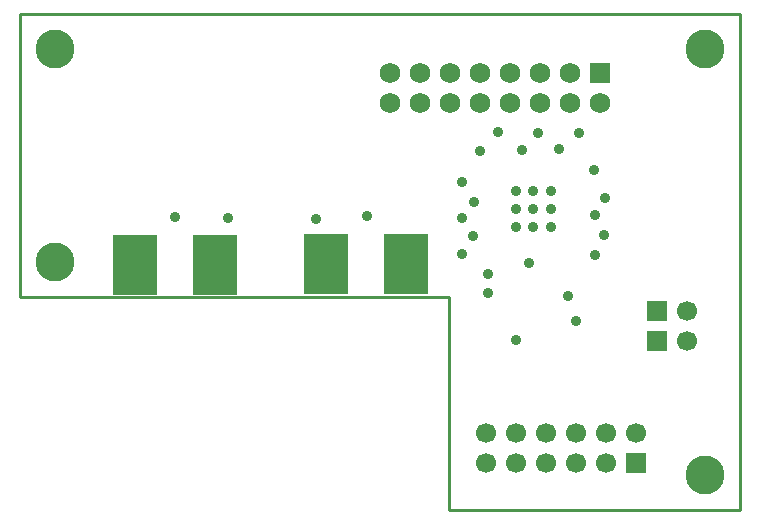
<source format=gbs>
G04*
G04 #@! TF.GenerationSoftware,Altium Limited,Altium Designer,20.2.5 (213)*
G04*
G04 Layer_Color=16711935*
%FSLAX42Y42*%
%MOMM*%
G71*
G04*
G04 #@! TF.SameCoordinates,652FF055-600A-4CD0-B872-06A474BCBBFF*
G04*
G04*
G04 #@! TF.FilePolarity,Negative*
G04*
G01*
G75*
%ADD12C,0.25*%
%ADD28R,3.70X5.10*%
%ADD31C,1.70*%
%ADD32R,1.70X1.70*%
%ADD33R,1.70X1.70*%
%ADD34C,1.73*%
%ADD35R,1.73X1.73*%
%ADD36C,3.30*%
%ADD37C,0.90*%
D12*
X7640Y5300D02*
X10100D01*
X7640D02*
Y7100D01*
X4000D02*
X7640D01*
X4000D02*
Y9500D01*
X10100D01*
Y5300D02*
Y9500D01*
D28*
X5655Y7378D02*
D03*
X4978D02*
D03*
X7275Y7382D02*
D03*
X6598D02*
D03*
D31*
X7952Y5950D02*
D03*
X8206D02*
D03*
X8460D02*
D03*
X8714D02*
D03*
X8968D02*
D03*
X7952Y5696D02*
D03*
X8206D02*
D03*
X8460D02*
D03*
X8714D02*
D03*
X8968D02*
D03*
X9222Y5950D02*
D03*
X9652Y6731D02*
D03*
Y6985D02*
D03*
D32*
X9222Y5696D02*
D03*
D33*
X9398Y6731D02*
D03*
Y6985D02*
D03*
D34*
X8408Y9004D02*
D03*
X8662D02*
D03*
X8408Y8750D02*
D03*
X8916D02*
D03*
X8662D02*
D03*
X8154Y9004D02*
D03*
Y8750D02*
D03*
X7900Y9004D02*
D03*
Y8750D02*
D03*
X7646Y9004D02*
D03*
Y8750D02*
D03*
X7392Y9004D02*
D03*
Y8750D02*
D03*
X7138Y9004D02*
D03*
Y8750D02*
D03*
D35*
X8916Y9004D02*
D03*
D36*
X4300Y7400D02*
D03*
X9800Y5600D02*
D03*
Y9200D02*
D03*
X4300D02*
D03*
D37*
X8500Y8000D02*
D03*
X8350D02*
D03*
X8200D02*
D03*
X8347Y7850D02*
D03*
X8500D02*
D03*
X8200D02*
D03*
X8350Y7700D02*
D03*
X8500D02*
D03*
X8200D02*
D03*
X8712Y6897D02*
D03*
X8200Y6740D02*
D03*
X6510Y7762D02*
D03*
X5765Y7770D02*
D03*
X5320Y7780D02*
D03*
X6940Y7790D02*
D03*
X8050Y8500D02*
D03*
X8740Y8490D02*
D03*
X8390D02*
D03*
X8870Y7460D02*
D03*
X8870Y7800D02*
D03*
X8955Y7940D02*
D03*
X8950Y7630D02*
D03*
X8865Y8180D02*
D03*
X8570Y8360D02*
D03*
X8255Y8350D02*
D03*
X7900Y8340D02*
D03*
X7750Y7470D02*
D03*
X7745Y8080D02*
D03*
X7845Y7910D02*
D03*
X7840Y7620D02*
D03*
X7745Y7770D02*
D03*
X8645Y7110D02*
D03*
X7965Y7140D02*
D03*
X7965Y7300D02*
D03*
X8310Y7393D02*
D03*
M02*

</source>
